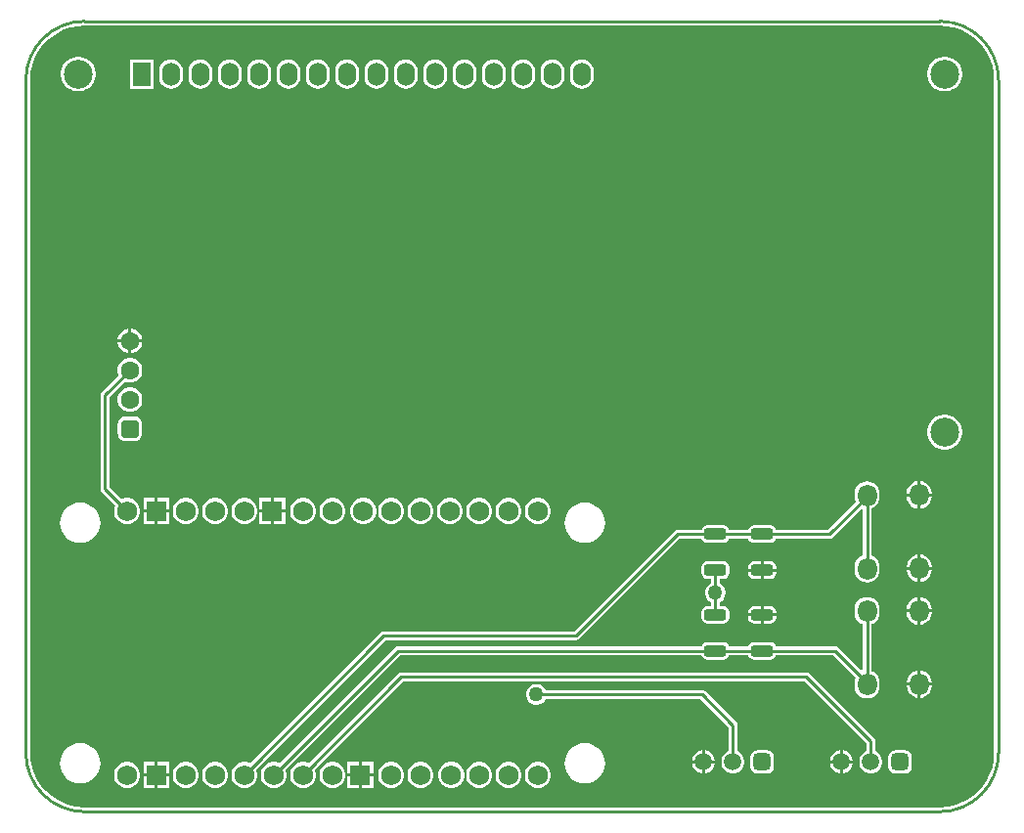
<source format=gtl>
G04*
G04 #@! TF.GenerationSoftware,Altium Limited,Altium Designer,21.3.2 (30)*
G04*
G04 Layer_Physical_Order=1*
G04 Layer_Color=255*
%FSTAX24Y24*%
%MOIN*%
G70*
G04*
G04 #@! TF.SameCoordinates,A37B9459-F8AB-407D-A7BE-2EDF921DF0BE*
G04*
G04*
G04 #@! TF.FilePolarity,Positive*
G04*
G01*
G75*
%ADD10C,0.0100*%
G04:AMPARAMS|DCode=14|XSize=74.8mil|YSize=39.4mil|CornerRadius=9.8mil|HoleSize=0mil|Usage=FLASHONLY|Rotation=0.000|XOffset=0mil|YOffset=0mil|HoleType=Round|Shape=RoundedRectangle|*
%AMROUNDEDRECTD14*
21,1,0.0748,0.0197,0,0,0.0*
21,1,0.0551,0.0394,0,0,0.0*
1,1,0.0197,0.0276,-0.0098*
1,1,0.0197,-0.0276,-0.0098*
1,1,0.0197,-0.0276,0.0098*
1,1,0.0197,0.0276,0.0098*
%
%ADD14ROUNDEDRECTD14*%
%ADD28O,0.0650X0.0750*%
G04:AMPARAMS|DCode=29|XSize=59.1mil|YSize=59.1mil|CornerRadius=14.8mil|HoleSize=0mil|Usage=FLASHONLY|Rotation=180.000|XOffset=0mil|YOffset=0mil|HoleType=Round|Shape=RoundedRectangle|*
%AMROUNDEDRECTD29*
21,1,0.0591,0.0295,0,0,180.0*
21,1,0.0295,0.0591,0,0,180.0*
1,1,0.0295,-0.0148,0.0148*
1,1,0.0295,0.0148,0.0148*
1,1,0.0295,0.0148,-0.0148*
1,1,0.0295,-0.0148,-0.0148*
%
%ADD29ROUNDEDRECTD29*%
%ADD30C,0.0591*%
%ADD31C,0.0690*%
%ADD32R,0.0690X0.0690*%
G04:AMPARAMS|DCode=33|XSize=63mil|YSize=63mil|CornerRadius=15.7mil|HoleSize=0mil|Usage=FLASHONLY|Rotation=90.000|XOffset=0mil|YOffset=0mil|HoleType=Round|Shape=RoundedRectangle|*
%AMROUNDEDRECTD33*
21,1,0.0630,0.0315,0,0,90.0*
21,1,0.0315,0.0630,0,0,90.0*
1,1,0.0315,0.0157,0.0157*
1,1,0.0315,0.0157,-0.0157*
1,1,0.0315,-0.0157,-0.0157*
1,1,0.0315,-0.0157,0.0157*
%
%ADD33ROUNDEDRECTD33*%
%ADD34C,0.0630*%
%ADD35C,0.0984*%
%ADD36O,0.0600X0.0800*%
%ADD37R,0.0600X0.0800*%
%ADD38C,0.0500*%
G36*
X047291Y047333D02*
X047529Y047286D01*
X047758Y047208D01*
X047974Y047101D01*
X048176Y046967D01*
X048357Y046807D01*
X048517Y046626D01*
X048651Y046424D01*
X048758Y046208D01*
X048836Y045979D01*
X048883Y045741D01*
X048898Y045507D01*
X048897Y0455D01*
Y02255D01*
X048898Y022543D01*
X048883Y022309D01*
X048836Y022071D01*
X048758Y021842D01*
X048651Y021626D01*
X048517Y021424D01*
X048357Y021243D01*
X048176Y021083D01*
X047974Y020949D01*
X047758Y020842D01*
X047529Y020764D01*
X047291Y020717D01*
X047057Y020702D01*
X04705Y020703D01*
X0179D01*
X017893Y020702D01*
X017659Y020717D01*
X017421Y020764D01*
X017192Y020842D01*
X016976Y020949D01*
X016774Y021083D01*
X016593Y021243D01*
X016433Y021424D01*
X016299Y021626D01*
X016192Y021842D01*
X016114Y022071D01*
X016067Y022309D01*
X016052Y022543D01*
X016053Y02255D01*
Y0455D01*
X016052Y045507D01*
X016067Y045741D01*
X016114Y045979D01*
X016192Y046208D01*
X016299Y046424D01*
X016433Y046626D01*
X016593Y046807D01*
X016774Y046967D01*
X016976Y047101D01*
X017192Y047208D01*
X017421Y047286D01*
X017659Y047333D01*
X017893Y047348D01*
X0179Y047347D01*
X04705D01*
X047057Y047348D01*
X047291Y047333D01*
D02*
G37*
%LPC*%
G36*
X02025Y0462D02*
X01945D01*
Y0452D01*
X02025D01*
Y0462D01*
D02*
G37*
G36*
X03485Y046203D02*
X034745Y04619D01*
X034648Y046149D01*
X034564Y046085D01*
X0345Y046002D01*
X03446Y045904D01*
X034446Y0458D01*
Y0456D01*
X03446Y045496D01*
X0345Y045398D01*
X034564Y045315D01*
X034648Y045251D01*
X034745Y04521D01*
X03485Y045197D01*
X034954Y04521D01*
X035051Y045251D01*
X035135Y045315D01*
X035199Y045398D01*
X035239Y045496D01*
X035253Y0456D01*
Y0458D01*
X035239Y045904D01*
X035199Y046002D01*
X035135Y046085D01*
X035051Y046149D01*
X034954Y04619D01*
X03485Y046203D01*
D02*
G37*
G36*
X03385D02*
X033745Y04619D01*
X033648Y046149D01*
X033564Y046085D01*
X0335Y046002D01*
X03346Y045904D01*
X033446Y0458D01*
Y0456D01*
X03346Y045496D01*
X0335Y045398D01*
X033564Y045315D01*
X033648Y045251D01*
X033745Y04521D01*
X03385Y045197D01*
X033954Y04521D01*
X034051Y045251D01*
X034135Y045315D01*
X034199Y045398D01*
X034239Y045496D01*
X034253Y0456D01*
Y0458D01*
X034239Y045904D01*
X034199Y046002D01*
X034135Y046085D01*
X034051Y046149D01*
X033954Y04619D01*
X03385Y046203D01*
D02*
G37*
G36*
X03285D02*
X032745Y04619D01*
X032648Y046149D01*
X032564Y046085D01*
X0325Y046002D01*
X03246Y045904D01*
X032446Y0458D01*
Y0456D01*
X03246Y045496D01*
X0325Y045398D01*
X032564Y045315D01*
X032648Y045251D01*
X032745Y04521D01*
X03285Y045197D01*
X032954Y04521D01*
X033051Y045251D01*
X033135Y045315D01*
X033199Y045398D01*
X033239Y045496D01*
X033253Y0456D01*
Y0458D01*
X033239Y045904D01*
X033199Y046002D01*
X033135Y046085D01*
X033051Y046149D01*
X032954Y04619D01*
X03285Y046203D01*
D02*
G37*
G36*
X03185D02*
X031745Y04619D01*
X031648Y046149D01*
X031564Y046085D01*
X0315Y046002D01*
X03146Y045904D01*
X031446Y0458D01*
Y0456D01*
X03146Y045496D01*
X0315Y045398D01*
X031564Y045315D01*
X031648Y045251D01*
X031745Y04521D01*
X03185Y045197D01*
X031954Y04521D01*
X032051Y045251D01*
X032135Y045315D01*
X032199Y045398D01*
X032239Y045496D01*
X032253Y0456D01*
Y0458D01*
X032239Y045904D01*
X032199Y046002D01*
X032135Y046085D01*
X032051Y046149D01*
X031954Y04619D01*
X03185Y046203D01*
D02*
G37*
G36*
X03085D02*
X030745Y04619D01*
X030648Y046149D01*
X030564Y046085D01*
X0305Y046002D01*
X03046Y045904D01*
X030446Y0458D01*
Y0456D01*
X03046Y045496D01*
X0305Y045398D01*
X030564Y045315D01*
X030648Y045251D01*
X030745Y04521D01*
X03085Y045197D01*
X030954Y04521D01*
X031051Y045251D01*
X031135Y045315D01*
X031199Y045398D01*
X031239Y045496D01*
X031253Y0456D01*
Y0458D01*
X031239Y045904D01*
X031199Y046002D01*
X031135Y046085D01*
X031051Y046149D01*
X030954Y04619D01*
X03085Y046203D01*
D02*
G37*
G36*
X02985D02*
X029745Y04619D01*
X029648Y046149D01*
X029564Y046085D01*
X0295Y046002D01*
X02946Y045904D01*
X029446Y0458D01*
Y0456D01*
X02946Y045496D01*
X0295Y045398D01*
X029564Y045315D01*
X029648Y045251D01*
X029745Y04521D01*
X02985Y045197D01*
X029954Y04521D01*
X030051Y045251D01*
X030135Y045315D01*
X030199Y045398D01*
X030239Y045496D01*
X030253Y0456D01*
Y0458D01*
X030239Y045904D01*
X030199Y046002D01*
X030135Y046085D01*
X030051Y046149D01*
X029954Y04619D01*
X02985Y046203D01*
D02*
G37*
G36*
X02885D02*
X028745Y04619D01*
X028648Y046149D01*
X028564Y046085D01*
X0285Y046002D01*
X02846Y045904D01*
X028446Y0458D01*
Y0456D01*
X02846Y045496D01*
X0285Y045398D01*
X028564Y045315D01*
X028648Y045251D01*
X028745Y04521D01*
X02885Y045197D01*
X028954Y04521D01*
X029051Y045251D01*
X029135Y045315D01*
X029199Y045398D01*
X029239Y045496D01*
X029253Y0456D01*
Y0458D01*
X029239Y045904D01*
X029199Y046002D01*
X029135Y046085D01*
X029051Y046149D01*
X028954Y04619D01*
X02885Y046203D01*
D02*
G37*
G36*
X02785D02*
X027745Y04619D01*
X027648Y046149D01*
X027564Y046085D01*
X0275Y046002D01*
X02746Y045904D01*
X027446Y0458D01*
Y0456D01*
X02746Y045496D01*
X0275Y045398D01*
X027564Y045315D01*
X027648Y045251D01*
X027745Y04521D01*
X02785Y045197D01*
X027954Y04521D01*
X028051Y045251D01*
X028135Y045315D01*
X028199Y045398D01*
X028239Y045496D01*
X028253Y0456D01*
Y0458D01*
X028239Y045904D01*
X028199Y046002D01*
X028135Y046085D01*
X028051Y046149D01*
X027954Y04619D01*
X02785Y046203D01*
D02*
G37*
G36*
X02685D02*
X026745Y04619D01*
X026648Y046149D01*
X026564Y046085D01*
X0265Y046002D01*
X02646Y045904D01*
X026446Y0458D01*
Y0456D01*
X02646Y045496D01*
X0265Y045398D01*
X026564Y045315D01*
X026648Y045251D01*
X026745Y04521D01*
X02685Y045197D01*
X026954Y04521D01*
X027051Y045251D01*
X027135Y045315D01*
X027199Y045398D01*
X027239Y045496D01*
X027253Y0456D01*
Y0458D01*
X027239Y045904D01*
X027199Y046002D01*
X027135Y046085D01*
X027051Y046149D01*
X026954Y04619D01*
X02685Y046203D01*
D02*
G37*
G36*
X02585D02*
X025745Y04619D01*
X025648Y046149D01*
X025564Y046085D01*
X0255Y046002D01*
X02546Y045904D01*
X025446Y0458D01*
Y0456D01*
X02546Y045496D01*
X0255Y045398D01*
X025564Y045315D01*
X025648Y045251D01*
X025745Y04521D01*
X02585Y045197D01*
X025954Y04521D01*
X026051Y045251D01*
X026135Y045315D01*
X026199Y045398D01*
X026239Y045496D01*
X026253Y0456D01*
Y0458D01*
X026239Y045904D01*
X026199Y046002D01*
X026135Y046085D01*
X026051Y046149D01*
X025954Y04619D01*
X02585Y046203D01*
D02*
G37*
G36*
X02485D02*
X024745Y04619D01*
X024648Y046149D01*
X024564Y046085D01*
X0245Y046002D01*
X02446Y045904D01*
X024446Y0458D01*
Y0456D01*
X02446Y045496D01*
X0245Y045398D01*
X024564Y045315D01*
X024648Y045251D01*
X024745Y04521D01*
X02485Y045197D01*
X024954Y04521D01*
X025051Y045251D01*
X025135Y045315D01*
X025199Y045398D01*
X025239Y045496D01*
X025253Y0456D01*
Y0458D01*
X025239Y045904D01*
X025199Y046002D01*
X025135Y046085D01*
X025051Y046149D01*
X024954Y04619D01*
X02485Y046203D01*
D02*
G37*
G36*
X02385D02*
X023745Y04619D01*
X023648Y046149D01*
X023564Y046085D01*
X0235Y046002D01*
X02346Y045904D01*
X023446Y0458D01*
Y0456D01*
X02346Y045496D01*
X0235Y045398D01*
X023564Y045315D01*
X023648Y045251D01*
X023745Y04521D01*
X02385Y045197D01*
X023954Y04521D01*
X024051Y045251D01*
X024135Y045315D01*
X024199Y045398D01*
X024239Y045496D01*
X024253Y0456D01*
Y0458D01*
X024239Y045904D01*
X024199Y046002D01*
X024135Y046085D01*
X024051Y046149D01*
X023954Y04619D01*
X02385Y046203D01*
D02*
G37*
G36*
X02285D02*
X022745Y04619D01*
X022648Y046149D01*
X022564Y046085D01*
X0225Y046002D01*
X02246Y045904D01*
X022446Y0458D01*
Y0456D01*
X02246Y045496D01*
X0225Y045398D01*
X022564Y045315D01*
X022648Y045251D01*
X022745Y04521D01*
X02285Y045197D01*
X022954Y04521D01*
X023051Y045251D01*
X023135Y045315D01*
X023199Y045398D01*
X023239Y045496D01*
X023253Y0456D01*
Y0458D01*
X023239Y045904D01*
X023199Y046002D01*
X023135Y046085D01*
X023051Y046149D01*
X022954Y04619D01*
X02285Y046203D01*
D02*
G37*
G36*
X02185D02*
X021745Y04619D01*
X021648Y046149D01*
X021564Y046085D01*
X0215Y046002D01*
X02146Y045904D01*
X021446Y0458D01*
Y0456D01*
X02146Y045496D01*
X0215Y045398D01*
X021564Y045315D01*
X021648Y045251D01*
X021745Y04521D01*
X02185Y045197D01*
X021954Y04521D01*
X022051Y045251D01*
X022135Y045315D01*
X022199Y045398D01*
X022239Y045496D01*
X022253Y0456D01*
Y0458D01*
X022239Y045904D01*
X022199Y046002D01*
X022135Y046085D01*
X022051Y046149D01*
X021954Y04619D01*
X02185Y046203D01*
D02*
G37*
G36*
X02085D02*
X020745Y04619D01*
X020648Y046149D01*
X020564Y046085D01*
X0205Y046002D01*
X02046Y045904D01*
X020446Y0458D01*
Y0456D01*
X02046Y045496D01*
X0205Y045398D01*
X020564Y045315D01*
X020648Y045251D01*
X020745Y04521D01*
X02085Y045197D01*
X020954Y04521D01*
X021051Y045251D01*
X021135Y045315D01*
X021199Y045398D01*
X021239Y045496D01*
X021253Y0456D01*
Y0458D01*
X021239Y045904D01*
X021199Y046002D01*
X021135Y046085D01*
X021051Y046149D01*
X020954Y04619D01*
X02085Y046203D01*
D02*
G37*
G36*
X04727Y046292D02*
X047153D01*
X047039Y046269D01*
X046931Y046225D01*
X046834Y04616D01*
X046752Y046077D01*
X046687Y04598D01*
X046642Y045873D01*
X04662Y045758D01*
Y045642D01*
X046642Y045527D01*
X046687Y04542D01*
X046752Y045323D01*
X046834Y04524D01*
X046931Y045175D01*
X047039Y045131D01*
X047153Y045108D01*
X04727D01*
X047385Y045131D01*
X047492Y045175D01*
X047589Y04524D01*
X047672Y045323D01*
X047737Y04542D01*
X047781Y045527D01*
X047804Y045642D01*
Y045758D01*
X047781Y045873D01*
X047737Y04598D01*
X047672Y046077D01*
X047589Y04616D01*
X047492Y046225D01*
X047385Y046269D01*
X04727Y046292D01*
D02*
G37*
G36*
X017743D02*
X017626D01*
X017512Y046269D01*
X017404Y046225D01*
X017307Y04616D01*
X017224Y046077D01*
X01716Y04598D01*
X017115Y045873D01*
X017092Y045758D01*
Y045642D01*
X017115Y045527D01*
X01716Y04542D01*
X017224Y045323D01*
X017307Y04524D01*
X017404Y045175D01*
X017512Y045131D01*
X017626Y045108D01*
X017743D01*
X017857Y045131D01*
X017965Y045175D01*
X018062Y04524D01*
X018144Y045323D01*
X018209Y04542D01*
X018254Y045527D01*
X018276Y045642D01*
Y045758D01*
X018254Y045873D01*
X018209Y04598D01*
X018144Y046077D01*
X018062Y04616D01*
X017965Y046225D01*
X017857Y046269D01*
X017743Y046292D01*
D02*
G37*
G36*
X019505Y037015D02*
X0195D01*
Y03665D01*
X019865D01*
Y036655D01*
X019837Y03676D01*
X019782Y036855D01*
X019705Y036932D01*
X01961Y036987D01*
X019505Y037015D01*
D02*
G37*
G36*
X0194D02*
X019395D01*
X01929Y036987D01*
X019195Y036932D01*
X019118Y036855D01*
X019063Y03676D01*
X019035Y036655D01*
Y03665D01*
X0194D01*
Y037015D01*
D02*
G37*
G36*
X019865Y03655D02*
X0195D01*
Y036185D01*
X019505D01*
X01961Y036213D01*
X019705Y036268D01*
X019782Y036345D01*
X019837Y03644D01*
X019865Y036545D01*
Y03655D01*
D02*
G37*
G36*
X0194D02*
X019035D01*
Y036545D01*
X019063Y03644D01*
X019118Y036345D01*
X019195Y036268D01*
X01929Y036213D01*
X019395Y036185D01*
X0194D01*
Y03655D01*
D02*
G37*
G36*
X019505Y036015D02*
X019395D01*
X01929Y035987D01*
X019195Y035932D01*
X019118Y035855D01*
X019063Y03576D01*
X019035Y035655D01*
Y035545D01*
X019063Y03544D01*
X019067Y035433D01*
X018492Y034858D01*
X018459Y034809D01*
X018447Y03475D01*
Y03155D01*
X018459Y031491D01*
X018492Y031442D01*
X018945Y030989D01*
X018935Y030972D01*
X018905Y030859D01*
Y030741D01*
X018935Y030628D01*
X018994Y030527D01*
X019077Y030444D01*
X019178Y030385D01*
X019291Y030355D01*
X019409D01*
X019522Y030385D01*
X019623Y030444D01*
X019706Y030527D01*
X019765Y030628D01*
X019795Y030741D01*
Y030859D01*
X019765Y030972D01*
X019706Y031073D01*
X019623Y031156D01*
X019522Y031215D01*
X019409Y031245D01*
X019291D01*
X019178Y031215D01*
X019161Y031205D01*
X018753Y031613D01*
Y034687D01*
X019283Y035217D01*
X01929Y035213D01*
X019395Y035185D01*
X019505D01*
X01961Y035213D01*
X019705Y035268D01*
X019782Y035345D01*
X019837Y03544D01*
X019865Y035545D01*
Y035655D01*
X019837Y03576D01*
X019782Y035855D01*
X019705Y035932D01*
X01961Y035987D01*
X019505Y036015D01*
D02*
G37*
G36*
Y035015D02*
X019395D01*
X01929Y034987D01*
X019195Y034932D01*
X019118Y034855D01*
X019063Y03476D01*
X019035Y034655D01*
Y034545D01*
X019063Y03444D01*
X019118Y034345D01*
X019195Y034268D01*
X01929Y034213D01*
X019395Y034185D01*
X019505D01*
X01961Y034213D01*
X019705Y034268D01*
X019782Y034345D01*
X019837Y03444D01*
X019865Y034545D01*
Y034655D01*
X019837Y03476D01*
X019782Y034855D01*
X019705Y034932D01*
X01961Y034987D01*
X019505Y035015D01*
D02*
G37*
G36*
X019607Y034017D02*
X019293D01*
X019225Y034008D01*
X019163Y033982D01*
X019109Y033941D01*
X019068Y033887D01*
X019042Y033825D01*
X019033Y033757D01*
Y033443D01*
X019042Y033375D01*
X019068Y033313D01*
X019109Y033259D01*
X019163Y033218D01*
X019225Y033192D01*
X019293Y033183D01*
X019607D01*
X019675Y033192D01*
X019737Y033218D01*
X019791Y033259D01*
X019832Y033313D01*
X019858Y033375D01*
X019867Y033443D01*
Y033757D01*
X019858Y033825D01*
X019832Y033887D01*
X019791Y033941D01*
X019737Y033982D01*
X019675Y034008D01*
X019607Y034017D01*
D02*
G37*
G36*
X04727Y034087D02*
X047153D01*
X047039Y034065D01*
X046931Y03402D01*
X046834Y033955D01*
X046752Y033873D01*
X046687Y033776D01*
X046642Y033668D01*
X04662Y033554D01*
Y033437D01*
X046642Y033323D01*
X046687Y033215D01*
X046752Y033118D01*
X046834Y033035D01*
X046931Y032971D01*
X047039Y032926D01*
X047153Y032903D01*
X04727D01*
X047385Y032926D01*
X047492Y032971D01*
X047589Y033035D01*
X047672Y033118D01*
X047737Y033215D01*
X047781Y033323D01*
X047804Y033437D01*
Y033554D01*
X047781Y033668D01*
X047737Y033776D01*
X047672Y033873D01*
X047589Y033955D01*
X047492Y03402D01*
X047385Y034065D01*
X04727Y034087D01*
D02*
G37*
G36*
X04639Y031822D02*
Y0314D01*
X046769D01*
X046754Y031511D01*
X046711Y031614D01*
X046643Y031703D01*
X046554Y031771D01*
X046451Y031814D01*
X04639Y031822D01*
D02*
G37*
G36*
X04629D02*
X046229Y031814D01*
X046126Y031771D01*
X046037Y031703D01*
X045969Y031614D01*
X045926Y031511D01*
X045911Y0314D01*
X04629D01*
Y031822D01*
D02*
G37*
G36*
X046769Y0313D02*
X04639D01*
Y030878D01*
X046451Y030886D01*
X046554Y030929D01*
X046643Y030997D01*
X046711Y031086D01*
X046754Y031189D01*
X046769Y0313D01*
D02*
G37*
G36*
X04629D02*
X045911D01*
X045926Y031189D01*
X045969Y031086D01*
X046037Y030997D01*
X046126Y030929D01*
X046229Y030886D01*
X04629Y030878D01*
Y0313D01*
D02*
G37*
G36*
X020795Y031245D02*
X0204D01*
Y03085D01*
X020795D01*
Y031245D01*
D02*
G37*
G36*
X024745D02*
X02435D01*
Y03085D01*
X024745D01*
Y031245D01*
D02*
G37*
G36*
X0203D02*
X019905D01*
Y03085D01*
X0203D01*
Y031245D01*
D02*
G37*
G36*
X02425D02*
X023855D01*
Y03085D01*
X02425D01*
Y031245D01*
D02*
G37*
G36*
X033409D02*
X033291D01*
X033178Y031215D01*
X033077Y031156D01*
X032994Y031073D01*
X032935Y030972D01*
X032905Y030859D01*
Y030741D01*
X032935Y030628D01*
X032994Y030527D01*
X033077Y030444D01*
X033178Y030385D01*
X033291Y030355D01*
X033409D01*
X033522Y030385D01*
X033623Y030444D01*
X033706Y030527D01*
X033765Y030628D01*
X033795Y030741D01*
Y030859D01*
X033765Y030972D01*
X033706Y031073D01*
X033623Y031156D01*
X033522Y031215D01*
X033409Y031245D01*
D02*
G37*
G36*
X032409D02*
X032291D01*
X032178Y031215D01*
X032077Y031156D01*
X031994Y031073D01*
X031935Y030972D01*
X031905Y030859D01*
Y030741D01*
X031935Y030628D01*
X031994Y030527D01*
X032077Y030444D01*
X032178Y030385D01*
X032291Y030355D01*
X032409D01*
X032522Y030385D01*
X032623Y030444D01*
X032706Y030527D01*
X032765Y030628D01*
X032795Y030741D01*
Y030859D01*
X032765Y030972D01*
X032706Y031073D01*
X032623Y031156D01*
X032522Y031215D01*
X032409Y031245D01*
D02*
G37*
G36*
X031409D02*
X031291D01*
X031178Y031215D01*
X031077Y031156D01*
X030994Y031073D01*
X030935Y030972D01*
X030905Y030859D01*
Y030741D01*
X030935Y030628D01*
X030994Y030527D01*
X031077Y030444D01*
X031178Y030385D01*
X031291Y030355D01*
X031409D01*
X031522Y030385D01*
X031623Y030444D01*
X031706Y030527D01*
X031765Y030628D01*
X031795Y030741D01*
Y030859D01*
X031765Y030972D01*
X031706Y031073D01*
X031623Y031156D01*
X031522Y031215D01*
X031409Y031245D01*
D02*
G37*
G36*
X030409D02*
X030291D01*
X030178Y031215D01*
X030077Y031156D01*
X029994Y031073D01*
X029935Y030972D01*
X029905Y030859D01*
Y030741D01*
X029935Y030628D01*
X029994Y030527D01*
X030077Y030444D01*
X030178Y030385D01*
X030291Y030355D01*
X030409D01*
X030522Y030385D01*
X030623Y030444D01*
X030706Y030527D01*
X030765Y030628D01*
X030795Y030741D01*
Y030859D01*
X030765Y030972D01*
X030706Y031073D01*
X030623Y031156D01*
X030522Y031215D01*
X030409Y031245D01*
D02*
G37*
G36*
X029409D02*
X029291D01*
X029178Y031215D01*
X029077Y031156D01*
X028994Y031073D01*
X028935Y030972D01*
X028905Y030859D01*
Y030741D01*
X028935Y030628D01*
X028994Y030527D01*
X029077Y030444D01*
X029178Y030385D01*
X029291Y030355D01*
X029409D01*
X029522Y030385D01*
X029623Y030444D01*
X029706Y030527D01*
X029765Y030628D01*
X029795Y030741D01*
Y030859D01*
X029765Y030972D01*
X029706Y031073D01*
X029623Y031156D01*
X029522Y031215D01*
X029409Y031245D01*
D02*
G37*
G36*
X028409D02*
X028291D01*
X028178Y031215D01*
X028077Y031156D01*
X027994Y031073D01*
X027935Y030972D01*
X027905Y030859D01*
Y030741D01*
X027935Y030628D01*
X027994Y030527D01*
X028077Y030444D01*
X028178Y030385D01*
X028291Y030355D01*
X028409D01*
X028522Y030385D01*
X028623Y030444D01*
X028706Y030527D01*
X028765Y030628D01*
X028795Y030741D01*
Y030859D01*
X028765Y030972D01*
X028706Y031073D01*
X028623Y031156D01*
X028522Y031215D01*
X028409Y031245D01*
D02*
G37*
G36*
X027459D02*
X027341D01*
X027228Y031215D01*
X027127Y031156D01*
X027044Y031073D01*
X026985Y030972D01*
X026955Y030859D01*
Y030741D01*
X026985Y030628D01*
X027044Y030527D01*
X027127Y030444D01*
X027228Y030385D01*
X027341Y030355D01*
X027459D01*
X027572Y030385D01*
X027673Y030444D01*
X027756Y030527D01*
X027815Y030628D01*
X027845Y030741D01*
Y030859D01*
X027815Y030972D01*
X027756Y031073D01*
X027673Y031156D01*
X027572Y031215D01*
X027459Y031245D01*
D02*
G37*
G36*
X026409D02*
X026291D01*
X026178Y031215D01*
X026077Y031156D01*
X025994Y031073D01*
X025935Y030972D01*
X025905Y030859D01*
Y030741D01*
X025935Y030628D01*
X025994Y030527D01*
X026077Y030444D01*
X026178Y030385D01*
X026291Y030355D01*
X026409D01*
X026522Y030385D01*
X026623Y030444D01*
X026706Y030527D01*
X026765Y030628D01*
X026795Y030741D01*
Y030859D01*
X026765Y030972D01*
X026706Y031073D01*
X026623Y031156D01*
X026522Y031215D01*
X026409Y031245D01*
D02*
G37*
G36*
X025409D02*
X025291D01*
X025178Y031215D01*
X025077Y031156D01*
X024994Y031073D01*
X024935Y030972D01*
X024905Y030859D01*
Y030741D01*
X024935Y030628D01*
X024994Y030527D01*
X025077Y030444D01*
X025178Y030385D01*
X025291Y030355D01*
X025409D01*
X025522Y030385D01*
X025623Y030444D01*
X025706Y030527D01*
X025765Y030628D01*
X025795Y030741D01*
Y030859D01*
X025765Y030972D01*
X025706Y031073D01*
X025623Y031156D01*
X025522Y031215D01*
X025409Y031245D01*
D02*
G37*
G36*
X024745Y03075D02*
X02435D01*
Y030355D01*
X024745D01*
Y03075D01*
D02*
G37*
G36*
X02425D02*
X023855D01*
Y030355D01*
X02425D01*
Y03075D01*
D02*
G37*
G36*
X023409Y031245D02*
X023291D01*
X023178Y031215D01*
X023077Y031156D01*
X022994Y031073D01*
X022935Y030972D01*
X022905Y030859D01*
Y030741D01*
X022935Y030628D01*
X022994Y030527D01*
X023077Y030444D01*
X023178Y030385D01*
X023291Y030355D01*
X023409D01*
X023522Y030385D01*
X023623Y030444D01*
X023706Y030527D01*
X023765Y030628D01*
X023795Y030741D01*
Y030859D01*
X023765Y030972D01*
X023706Y031073D01*
X023623Y031156D01*
X023522Y031215D01*
X023409Y031245D01*
D02*
G37*
G36*
X022409D02*
X022291D01*
X022178Y031215D01*
X022077Y031156D01*
X021994Y031073D01*
X021935Y030972D01*
X021905Y030859D01*
Y030741D01*
X021935Y030628D01*
X021994Y030527D01*
X022077Y030444D01*
X022178Y030385D01*
X022291Y030355D01*
X022409D01*
X022522Y030385D01*
X022623Y030444D01*
X022706Y030527D01*
X022765Y030628D01*
X022795Y030741D01*
Y030859D01*
X022765Y030972D01*
X022706Y031073D01*
X022623Y031156D01*
X022522Y031215D01*
X022409Y031245D01*
D02*
G37*
G36*
X021409D02*
X021291D01*
X021178Y031215D01*
X021077Y031156D01*
X020994Y031073D01*
X020935Y030972D01*
X020905Y030859D01*
Y030741D01*
X020935Y030628D01*
X020994Y030527D01*
X021077Y030444D01*
X021178Y030385D01*
X021291Y030355D01*
X021409D01*
X021522Y030385D01*
X021623Y030444D01*
X021706Y030527D01*
X021765Y030628D01*
X021795Y030741D01*
Y030859D01*
X021765Y030972D01*
X021706Y031073D01*
X021623Y031156D01*
X021522Y031215D01*
X021409Y031245D01*
D02*
G37*
G36*
X020795Y03075D02*
X0204D01*
Y030355D01*
X020795D01*
Y03075D01*
D02*
G37*
G36*
X0203D02*
X019905D01*
Y030355D01*
X0203D01*
Y03075D01*
D02*
G37*
G36*
X03495Y031088D02*
X034816Y031075D01*
X034687Y031036D01*
X034568Y030972D01*
X034463Y030887D01*
X034378Y030782D01*
X034314Y030663D01*
X034275Y030534D01*
X034262Y0304D01*
X034275Y030266D01*
X034314Y030137D01*
X034378Y030018D01*
X034463Y029913D01*
X034568Y029828D01*
X034687Y029764D01*
X034816Y029725D01*
X03495Y029712D01*
X035084Y029725D01*
X035213Y029764D01*
X035332Y029828D01*
X035437Y029913D01*
X035522Y030018D01*
X035586Y030137D01*
X035625Y030266D01*
X035638Y0304D01*
X035625Y030534D01*
X035586Y030663D01*
X035522Y030782D01*
X035437Y030887D01*
X035332Y030972D01*
X035213Y031036D01*
X035084Y031075D01*
X03495Y031088D01*
D02*
G37*
G36*
X01775D02*
X017616Y031075D01*
X017487Y031036D01*
X017368Y030972D01*
X017263Y030887D01*
X017178Y030782D01*
X017114Y030663D01*
X017075Y030534D01*
X017062Y0304D01*
X017075Y030266D01*
X017114Y030137D01*
X017178Y030018D01*
X017263Y029913D01*
X017368Y029828D01*
X017487Y029764D01*
X017616Y029725D01*
X01775Y029712D01*
X017884Y029725D01*
X018013Y029764D01*
X018132Y029828D01*
X018237Y029913D01*
X018322Y030018D01*
X018386Y030137D01*
X018425Y030266D01*
X018438Y0304D01*
X018425Y030534D01*
X018386Y030663D01*
X018322Y030782D01*
X018237Y030887D01*
X018132Y030972D01*
X018013Y031036D01*
X017884Y031075D01*
X01775Y031088D01*
D02*
G37*
G36*
X0464Y029322D02*
Y0289D01*
X046779D01*
X046764Y029011D01*
X046721Y029114D01*
X046653Y029203D01*
X046564Y029271D01*
X046461Y029314D01*
X0464Y029322D01*
D02*
G37*
G36*
X0463D02*
X046239Y029314D01*
X046136Y029271D01*
X046047Y029203D01*
X045979Y029114D01*
X045936Y029011D01*
X045921Y0289D01*
X0463D01*
Y029322D01*
D02*
G37*
G36*
X041272Y02909D02*
X041047D01*
Y02884D01*
X041475D01*
Y028888D01*
X041459Y028966D01*
X041416Y029031D01*
X04135Y029075D01*
X041272Y02909D01*
D02*
G37*
G36*
X040947D02*
X040721D01*
X040644Y029075D01*
X040578Y029031D01*
X040534Y028966D01*
X040519Y028888D01*
Y02884D01*
X040947D01*
Y02909D01*
D02*
G37*
G36*
X041475Y02874D02*
X041047D01*
Y028489D01*
X041272D01*
X04135Y028504D01*
X041416Y028548D01*
X041459Y028614D01*
X041475Y028691D01*
Y02874D01*
D02*
G37*
G36*
X040947D02*
X040519D01*
Y028691D01*
X040534Y028614D01*
X040578Y028548D01*
X040644Y028504D01*
X040721Y028489D01*
X040947D01*
Y02874D01*
D02*
G37*
G36*
X046779Y0288D02*
X0464D01*
Y028378D01*
X046461Y028386D01*
X046564Y028429D01*
X046653Y028497D01*
X046721Y028586D01*
X046764Y028689D01*
X046779Y0288D01*
D02*
G37*
G36*
X0463D02*
X045921D01*
X045936Y028689D01*
X045979Y028586D01*
X046047Y028497D01*
X046136Y028429D01*
X046239Y028386D01*
X0463Y028378D01*
Y0288D01*
D02*
G37*
G36*
X04457Y031819D02*
X044459Y031804D01*
X044356Y031761D01*
X044267Y031693D01*
X044199Y031604D01*
X044156Y031501D01*
X044141Y03139D01*
Y03129D01*
X044156Y031179D01*
X044181Y031118D01*
X043227Y030163D01*
X041464D01*
X041459Y030186D01*
X041416Y030252D01*
X04135Y030296D01*
X041272Y030311D01*
X040721D01*
X040644Y030296D01*
X040578Y030252D01*
X040534Y030186D01*
X04053Y030163D01*
X039867D01*
X039862Y030186D01*
X039819Y030252D01*
X039753Y030296D01*
X039676Y030311D01*
X039124D01*
X039047Y030296D01*
X038981Y030252D01*
X038937Y030186D01*
X038933Y030163D01*
X03811D01*
X038052Y030152D01*
X038002Y030118D01*
X037242Y029358D01*
X037242Y029358D01*
X034587Y026703D01*
X0281D01*
X028041Y026691D01*
X027992Y026658D01*
X023539Y022205D01*
X023522Y022215D01*
X023409Y022245D01*
X023291D01*
X023178Y022215D01*
X023077Y022156D01*
X022994Y022073D01*
X022935Y021972D01*
X022905Y021859D01*
Y021741D01*
X022935Y021628D01*
X022994Y021527D01*
X023077Y021444D01*
X023178Y021385D01*
X023291Y021355D01*
X023409D01*
X023522Y021385D01*
X023623Y021444D01*
X023706Y021527D01*
X023765Y021628D01*
X023795Y021741D01*
Y021859D01*
X023765Y021972D01*
X023755Y021989D01*
X028163Y026397D01*
X03465D01*
X034709Y026409D01*
X034758Y026442D01*
X037458Y029142D01*
X037458Y029142D01*
X038174Y029857D01*
X038933D01*
X038937Y029834D01*
X038981Y029769D01*
X039047Y029725D01*
X039124Y029709D01*
X039676D01*
X039753Y029725D01*
X039819Y029769D01*
X039862Y029834D01*
X039867Y029857D01*
X04053D01*
X040534Y029834D01*
X040578Y029769D01*
X040644Y029725D01*
X040721Y029709D01*
X041272D01*
X04135Y029725D01*
X041416Y029769D01*
X041459Y029834D01*
X041464Y029857D01*
X04329D01*
X043349Y029869D01*
X043398Y029902D01*
X044367Y030871D01*
X044417Y03085D01*
Y029287D01*
X044356Y029261D01*
X044267Y029193D01*
X044199Y029104D01*
X044156Y029001D01*
X044141Y02889D01*
Y02879D01*
X044156Y028679D01*
X044199Y028576D01*
X044267Y028487D01*
X044356Y028419D01*
X044459Y028376D01*
X04457Y028361D01*
X044681Y028376D01*
X044784Y028419D01*
X044873Y028487D01*
X044941Y028576D01*
X044984Y028679D01*
X044999Y02879D01*
Y02889D01*
X044984Y029001D01*
X044941Y029104D01*
X044873Y029193D01*
X044784Y029261D01*
X044723Y029287D01*
Y030893D01*
X044784Y030919D01*
X044873Y030987D01*
X044941Y031076D01*
X044984Y031179D01*
X044999Y03129D01*
Y03139D01*
X044984Y031501D01*
X044941Y031604D01*
X044873Y031693D01*
X044784Y031761D01*
X044681Y031804D01*
X04457Y031819D01*
D02*
G37*
G36*
X04639Y027872D02*
Y02745D01*
X046769D01*
X046754Y027561D01*
X046711Y027664D01*
X046643Y027753D01*
X046554Y027821D01*
X046451Y027864D01*
X04639Y027872D01*
D02*
G37*
G36*
X04629D02*
X046229Y027864D01*
X046126Y027821D01*
X046037Y027753D01*
X045969Y027664D01*
X045926Y027561D01*
X045911Y02745D01*
X04629D01*
Y027872D01*
D02*
G37*
G36*
X041272Y027561D02*
X041047D01*
Y02731D01*
X041475D01*
Y027359D01*
X041459Y027436D01*
X041416Y027502D01*
X04135Y027546D01*
X041272Y027561D01*
D02*
G37*
G36*
X040947D02*
X040721D01*
X040644Y027546D01*
X040578Y027502D01*
X040534Y027436D01*
X040519Y027359D01*
Y02731D01*
X040947D01*
Y027561D01*
D02*
G37*
G36*
X041475Y02721D02*
X041047D01*
Y02696D01*
X041272D01*
X04135Y026975D01*
X041416Y027019D01*
X041459Y027084D01*
X041475Y027162D01*
Y02721D01*
D02*
G37*
G36*
X040947D02*
X040519D01*
Y027162D01*
X040534Y027084D01*
X040578Y027019D01*
X040644Y026975D01*
X040721Y02696D01*
X040947D01*
Y02721D01*
D02*
G37*
G36*
X039676Y02909D02*
X039124D01*
X039047Y029075D01*
X038981Y029031D01*
X038937Y028966D01*
X038922Y028888D01*
Y028691D01*
X038937Y028614D01*
X038981Y028548D01*
X039047Y028504D01*
X039124Y028489D01*
X039247D01*
Y028336D01*
X039185Y0283D01*
X03912Y028235D01*
X039074Y028155D01*
X03905Y028066D01*
Y027974D01*
X039074Y027885D01*
X03912Y027805D01*
X039185Y02774D01*
X039247Y027704D01*
Y027561D01*
X039124D01*
X039047Y027546D01*
X038981Y027502D01*
X038937Y027436D01*
X038922Y027359D01*
Y027162D01*
X038937Y027084D01*
X038981Y027019D01*
X039047Y026975D01*
X039124Y02696D01*
X039676D01*
X039753Y026975D01*
X039819Y027019D01*
X039862Y027084D01*
X039878Y027162D01*
Y027359D01*
X039862Y027436D01*
X039819Y027502D01*
X039753Y027546D01*
X039676Y027561D01*
X039553D01*
Y027704D01*
X039615Y02774D01*
X03968Y027805D01*
X039726Y027885D01*
X03975Y027974D01*
Y028066D01*
X039726Y028155D01*
X03968Y028235D01*
X039615Y0283D01*
X039553Y028336D01*
Y028489D01*
X039676D01*
X039753Y028504D01*
X039819Y028548D01*
X039862Y028614D01*
X039878Y028691D01*
Y028888D01*
X039862Y028966D01*
X039819Y029031D01*
X039753Y029075D01*
X039676Y02909D01*
D02*
G37*
G36*
X046769Y02735D02*
X04639D01*
Y026928D01*
X046451Y026936D01*
X046554Y026979D01*
X046643Y027047D01*
X046711Y027136D01*
X046754Y027239D01*
X046769Y02735D01*
D02*
G37*
G36*
X04629D02*
X045911D01*
X045926Y027239D01*
X045969Y027136D01*
X046037Y027047D01*
X046126Y026979D01*
X046229Y026936D01*
X04629Y026928D01*
Y02735D01*
D02*
G37*
G36*
X04457Y027869D02*
X044459Y027854D01*
X044356Y027811D01*
X044267Y027743D01*
X044199Y027654D01*
X044156Y027551D01*
X044141Y02744D01*
Y02734D01*
X044156Y027229D01*
X044199Y027126D01*
X044267Y027037D01*
X044356Y026969D01*
X044417Y026943D01*
Y02538D01*
X044367Y025359D01*
X043578Y026148D01*
X043529Y026181D01*
X04347Y026193D01*
X041464D01*
X041459Y026216D01*
X041416Y026281D01*
X04135Y026325D01*
X041272Y02634D01*
X040721D01*
X040644Y026325D01*
X040578Y026281D01*
X040534Y026216D01*
X04053Y026193D01*
X039867D01*
X039862Y026216D01*
X039819Y026281D01*
X039753Y026325D01*
X039676Y02634D01*
X039124D01*
X039047Y026325D01*
X038981Y026281D01*
X038937Y026216D01*
X038933Y026193D01*
X02859D01*
X028531Y026181D01*
X028482Y026148D01*
X024539Y022205D01*
X024522Y022215D01*
X024409Y022245D01*
X024291D01*
X024178Y022215D01*
X024077Y022156D01*
X023994Y022073D01*
X023935Y021972D01*
X023905Y021859D01*
Y021741D01*
X023935Y021628D01*
X023994Y021527D01*
X024077Y021444D01*
X024178Y021385D01*
X024291Y021355D01*
X024409D01*
X024522Y021385D01*
X024623Y021444D01*
X024706Y021527D01*
X024765Y021628D01*
X024795Y021741D01*
Y021859D01*
X024765Y021972D01*
X024755Y021989D01*
X028653Y025887D01*
X038933D01*
X038937Y025864D01*
X038981Y025798D01*
X039047Y025754D01*
X039124Y025739D01*
X039676D01*
X039753Y025754D01*
X039819Y025798D01*
X039862Y025864D01*
X039867Y025887D01*
X04053D01*
X040534Y025864D01*
X040578Y025798D01*
X040644Y025754D01*
X040721Y025739D01*
X041272D01*
X04135Y025754D01*
X041416Y025798D01*
X041459Y025864D01*
X041464Y025887D01*
X043407D01*
X044181Y025112D01*
X044156Y025051D01*
X044141Y02494D01*
Y02484D01*
X044156Y024729D01*
X044199Y024626D01*
X044267Y024537D01*
X044356Y024469D01*
X044459Y024426D01*
X04457Y024411D01*
X044681Y024426D01*
X044784Y024469D01*
X044873Y024537D01*
X044941Y024626D01*
X044984Y024729D01*
X044999Y02484D01*
Y02494D01*
X044984Y025051D01*
X044941Y025154D01*
X044873Y025243D01*
X044784Y025311D01*
X044723Y025337D01*
Y026943D01*
X044784Y026969D01*
X044873Y027037D01*
X044941Y027126D01*
X044984Y027229D01*
X044999Y02734D01*
Y02744D01*
X044984Y027551D01*
X044941Y027654D01*
X044873Y027743D01*
X044784Y027811D01*
X044681Y027854D01*
X04457Y027869D01*
D02*
G37*
G36*
X0464Y025372D02*
Y02495D01*
X046779D01*
X046764Y025061D01*
X046721Y025164D01*
X046653Y025253D01*
X046564Y025321D01*
X046461Y025364D01*
X0464Y025372D01*
D02*
G37*
G36*
X0463D02*
X046239Y025364D01*
X046136Y025321D01*
X046047Y025253D01*
X045979Y025164D01*
X045936Y025061D01*
X045921Y02495D01*
X0463D01*
Y025372D01*
D02*
G37*
G36*
X046779Y02485D02*
X0464D01*
Y024428D01*
X046461Y024436D01*
X046564Y024479D01*
X046653Y024547D01*
X046721Y024636D01*
X046764Y024739D01*
X046779Y02485D01*
D02*
G37*
G36*
X0463D02*
X045921D01*
X045936Y024739D01*
X045979Y024636D01*
X046047Y024547D01*
X046136Y024479D01*
X046239Y024436D01*
X0463Y024428D01*
Y02485D01*
D02*
G37*
G36*
X043752Y022645D02*
X04375D01*
Y0223D01*
X044095D01*
Y022302D01*
X044068Y022403D01*
X044016Y022493D01*
X043943Y022566D01*
X043853Y022618D01*
X043752Y022645D01*
D02*
G37*
G36*
X039052D02*
X03905D01*
Y0223D01*
X039395D01*
Y022302D01*
X039368Y022403D01*
X039316Y022493D01*
X039243Y022566D01*
X039153Y022618D01*
X039052Y022645D01*
D02*
G37*
G36*
X03895D02*
X038948D01*
X038847Y022618D01*
X038757Y022566D01*
X038684Y022493D01*
X038632Y022403D01*
X038605Y022302D01*
Y0223D01*
X03895D01*
Y022645D01*
D02*
G37*
G36*
X04365D02*
X043648D01*
X043547Y022618D01*
X043457Y022566D01*
X043384Y022493D01*
X043332Y022403D01*
X043305Y022302D01*
Y0223D01*
X04365D01*
Y022645D01*
D02*
G37*
G36*
X0425Y025303D02*
X0287D01*
X028641Y025291D01*
X028592Y025258D01*
X025539Y022205D01*
X025522Y022215D01*
X025409Y022245D01*
X025291D01*
X025178Y022215D01*
X025077Y022156D01*
X024994Y022073D01*
X024935Y021972D01*
X024905Y021859D01*
Y021741D01*
X024935Y021628D01*
X024994Y021527D01*
X025077Y021444D01*
X025178Y021385D01*
X025291Y021355D01*
X025409D01*
X025522Y021385D01*
X025623Y021444D01*
X025706Y021527D01*
X025765Y021628D01*
X025795Y021741D01*
Y021859D01*
X025765Y021972D01*
X025755Y021989D01*
X028763Y024997D01*
X042437D01*
X044547Y022887D01*
Y022618D01*
X044457Y022566D01*
X044384Y022493D01*
X044332Y022403D01*
X044305Y022302D01*
Y022198D01*
X044332Y022097D01*
X044384Y022007D01*
X044457Y021934D01*
X044547Y021882D01*
X044648Y021855D01*
X044752D01*
X044853Y021882D01*
X044943Y021934D01*
X045016Y022007D01*
X045068Y022097D01*
X045095Y022198D01*
Y022302D01*
X045068Y022403D01*
X045016Y022493D01*
X044943Y022566D01*
X044853Y022618D01*
Y02295D01*
X044841Y023009D01*
X044808Y023058D01*
X042608Y025258D01*
X042559Y025291D01*
X0425Y025303D01*
D02*
G37*
G36*
X044095Y0222D02*
X04375D01*
Y021855D01*
X043752D01*
X043853Y021882D01*
X043943Y021934D01*
X044016Y022007D01*
X044068Y022097D01*
X044095Y022198D01*
Y0222D01*
D02*
G37*
G36*
X04365D02*
X043305D01*
Y022198D01*
X043332Y022097D01*
X043384Y022007D01*
X043457Y021934D01*
X043547Y021882D01*
X043648Y021855D01*
X04365D01*
Y0222D01*
D02*
G37*
G36*
X033346Y0249D02*
X033254D01*
X033165Y024876D01*
X033085Y02483D01*
X03302Y024765D01*
X032974Y024685D01*
X03295Y024596D01*
Y024504D01*
X032974Y024415D01*
X03302Y024335D01*
X033085Y02427D01*
X033165Y024224D01*
X033254Y0242D01*
X033346D01*
X033435Y024224D01*
X033515Y02427D01*
X03358Y024335D01*
X033616Y024397D01*
X038887D01*
X039847Y023437D01*
Y022618D01*
X039757Y022566D01*
X039684Y022493D01*
X039632Y022403D01*
X039605Y022302D01*
Y022198D01*
X039632Y022097D01*
X039684Y022007D01*
X039757Y021934D01*
X039847Y021882D01*
X039948Y021855D01*
X040052D01*
X040153Y021882D01*
X040243Y021934D01*
X040316Y022007D01*
X040368Y022097D01*
X040395Y022198D01*
Y022302D01*
X040368Y022403D01*
X040316Y022493D01*
X040243Y022566D01*
X040153Y022618D01*
Y0235D01*
X040141Y023559D01*
X040108Y023608D01*
X039058Y024658D01*
X039009Y024691D01*
X03895Y024703D01*
X033616D01*
X03358Y024765D01*
X033515Y02483D01*
X033435Y024876D01*
X033346Y0249D01*
D02*
G37*
G36*
X039395Y0222D02*
X03905D01*
Y021855D01*
X039052D01*
X039153Y021882D01*
X039243Y021934D01*
X039316Y022007D01*
X039368Y022097D01*
X039395Y022198D01*
Y0222D01*
D02*
G37*
G36*
X03895D02*
X038605D01*
Y022198D01*
X038632Y022097D01*
X038684Y022007D01*
X038757Y021934D01*
X038847Y021882D01*
X038948Y021855D01*
X03895D01*
Y0222D01*
D02*
G37*
G36*
X027745Y022245D02*
X02735D01*
Y02185D01*
X027745D01*
Y022245D01*
D02*
G37*
G36*
X020795D02*
X0204D01*
Y02185D01*
X020795D01*
Y022245D01*
D02*
G37*
G36*
X02725D02*
X026855D01*
Y02185D01*
X02725D01*
Y022245D01*
D02*
G37*
G36*
X0203D02*
X019905D01*
Y02185D01*
X0203D01*
Y022245D01*
D02*
G37*
G36*
X045848Y02265D02*
X045552D01*
X045456Y022631D01*
X045374Y022576D01*
X045319Y022494D01*
X0453Y022398D01*
Y022102D01*
X045319Y022006D01*
X045374Y021924D01*
X045456Y021869D01*
X045552Y02185D01*
X045848D01*
X045944Y021869D01*
X046026Y021924D01*
X046081Y022006D01*
X0461Y022102D01*
Y022398D01*
X046081Y022494D01*
X046026Y022576D01*
X045944Y022631D01*
X045848Y02265D01*
D02*
G37*
G36*
X041148D02*
X040852D01*
X040756Y022631D01*
X040674Y022576D01*
X040619Y022494D01*
X0406Y022398D01*
Y022102D01*
X040619Y022006D01*
X040674Y021924D01*
X040756Y021869D01*
X040852Y02185D01*
X041148D01*
X041244Y021869D01*
X041326Y021924D01*
X041381Y022006D01*
X0414Y022102D01*
Y022398D01*
X041381Y022494D01*
X041326Y022576D01*
X041244Y022631D01*
X041148Y02265D01*
D02*
G37*
G36*
X03495Y022888D02*
X034816Y022875D01*
X034687Y022836D01*
X034568Y022772D01*
X034463Y022687D01*
X034378Y022582D01*
X034314Y022463D01*
X034275Y022334D01*
X034262Y0222D01*
X034275Y022066D01*
X034314Y021937D01*
X034378Y021818D01*
X034463Y021713D01*
X034568Y021628D01*
X034687Y021564D01*
X034816Y021525D01*
X03495Y021512D01*
X035084Y021525D01*
X035213Y021564D01*
X035332Y021628D01*
X035437Y021713D01*
X035522Y021818D01*
X035586Y021937D01*
X035625Y022066D01*
X035638Y0222D01*
X035625Y022334D01*
X035586Y022463D01*
X035522Y022582D01*
X035437Y022687D01*
X035332Y022772D01*
X035213Y022836D01*
X035084Y022875D01*
X03495Y022888D01*
D02*
G37*
G36*
X01775D02*
X017616Y022875D01*
X017487Y022836D01*
X017368Y022772D01*
X017263Y022687D01*
X017178Y022582D01*
X017114Y022463D01*
X017075Y022334D01*
X017062Y0222D01*
X017075Y022066D01*
X017114Y021937D01*
X017178Y021818D01*
X017263Y021713D01*
X017368Y021628D01*
X017487Y021564D01*
X017616Y021525D01*
X01775Y021512D01*
X017884Y021525D01*
X018013Y021564D01*
X018132Y021628D01*
X018237Y021713D01*
X018322Y021818D01*
X018386Y021937D01*
X018425Y022066D01*
X018438Y0222D01*
X018425Y022334D01*
X018386Y022463D01*
X018322Y022582D01*
X018237Y022687D01*
X018132Y022772D01*
X018013Y022836D01*
X017884Y022875D01*
X01775Y022888D01*
D02*
G37*
G36*
X033409Y022245D02*
X033291D01*
X033178Y022215D01*
X033077Y022156D01*
X032994Y022073D01*
X032935Y021972D01*
X032905Y021859D01*
Y021741D01*
X032935Y021628D01*
X032994Y021527D01*
X033077Y021444D01*
X033178Y021385D01*
X033291Y021355D01*
X033409D01*
X033522Y021385D01*
X033623Y021444D01*
X033706Y021527D01*
X033765Y021628D01*
X033795Y021741D01*
Y021859D01*
X033765Y021972D01*
X033706Y022073D01*
X033623Y022156D01*
X033522Y022215D01*
X033409Y022245D01*
D02*
G37*
G36*
X032409D02*
X032291D01*
X032178Y022215D01*
X032077Y022156D01*
X031994Y022073D01*
X031935Y021972D01*
X031905Y021859D01*
Y021741D01*
X031935Y021628D01*
X031994Y021527D01*
X032077Y021444D01*
X032178Y021385D01*
X032291Y021355D01*
X032409D01*
X032522Y021385D01*
X032623Y021444D01*
X032706Y021527D01*
X032765Y021628D01*
X032795Y021741D01*
Y021859D01*
X032765Y021972D01*
X032706Y022073D01*
X032623Y022156D01*
X032522Y022215D01*
X032409Y022245D01*
D02*
G37*
G36*
X031409D02*
X031291D01*
X031178Y022215D01*
X031077Y022156D01*
X030994Y022073D01*
X030935Y021972D01*
X030905Y021859D01*
Y021741D01*
X030935Y021628D01*
X030994Y021527D01*
X031077Y021444D01*
X031178Y021385D01*
X031291Y021355D01*
X031409D01*
X031522Y021385D01*
X031623Y021444D01*
X031706Y021527D01*
X031765Y021628D01*
X031795Y021741D01*
Y021859D01*
X031765Y021972D01*
X031706Y022073D01*
X031623Y022156D01*
X031522Y022215D01*
X031409Y022245D01*
D02*
G37*
G36*
X030459D02*
X030341D01*
X030228Y022215D01*
X030127Y022156D01*
X030044Y022073D01*
X029985Y021972D01*
X029955Y021859D01*
Y021741D01*
X029985Y021628D01*
X030044Y021527D01*
X030127Y021444D01*
X030228Y021385D01*
X030341Y021355D01*
X030459D01*
X030572Y021385D01*
X030673Y021444D01*
X030756Y021527D01*
X030815Y021628D01*
X030845Y021741D01*
Y021859D01*
X030815Y021972D01*
X030756Y022073D01*
X030673Y022156D01*
X030572Y022215D01*
X030459Y022245D01*
D02*
G37*
G36*
X029409D02*
X029291D01*
X029178Y022215D01*
X029077Y022156D01*
X028994Y022073D01*
X028935Y021972D01*
X028905Y021859D01*
Y021741D01*
X028935Y021628D01*
X028994Y021527D01*
X029077Y021444D01*
X029178Y021385D01*
X029291Y021355D01*
X029409D01*
X029522Y021385D01*
X029623Y021444D01*
X029706Y021527D01*
X029765Y021628D01*
X029795Y021741D01*
Y021859D01*
X029765Y021972D01*
X029706Y022073D01*
X029623Y022156D01*
X029522Y022215D01*
X029409Y022245D01*
D02*
G37*
G36*
X028409D02*
X028291D01*
X028178Y022215D01*
X028077Y022156D01*
X027994Y022073D01*
X027935Y021972D01*
X027905Y021859D01*
Y021741D01*
X027935Y021628D01*
X027994Y021527D01*
X028077Y021444D01*
X028178Y021385D01*
X028291Y021355D01*
X028409D01*
X028522Y021385D01*
X028623Y021444D01*
X028706Y021527D01*
X028765Y021628D01*
X028795Y021741D01*
Y021859D01*
X028765Y021972D01*
X028706Y022073D01*
X028623Y022156D01*
X028522Y022215D01*
X028409Y022245D01*
D02*
G37*
G36*
X027745Y02175D02*
X02735D01*
Y021355D01*
X027745D01*
Y02175D01*
D02*
G37*
G36*
X02725D02*
X026855D01*
Y021355D01*
X02725D01*
Y02175D01*
D02*
G37*
G36*
X026409Y022245D02*
X026291D01*
X026178Y022215D01*
X026077Y022156D01*
X025994Y022073D01*
X025935Y021972D01*
X025905Y021859D01*
Y021741D01*
X025935Y021628D01*
X025994Y021527D01*
X026077Y021444D01*
X026178Y021385D01*
X026291Y021355D01*
X026409D01*
X026522Y021385D01*
X026623Y021444D01*
X026706Y021527D01*
X026765Y021628D01*
X026795Y021741D01*
Y021859D01*
X026765Y021972D01*
X026706Y022073D01*
X026623Y022156D01*
X026522Y022215D01*
X026409Y022245D01*
D02*
G37*
G36*
X022409D02*
X022291D01*
X022178Y022215D01*
X022077Y022156D01*
X021994Y022073D01*
X021935Y021972D01*
X021905Y021859D01*
Y021741D01*
X021935Y021628D01*
X021994Y021527D01*
X022077Y021444D01*
X022178Y021385D01*
X022291Y021355D01*
X022409D01*
X022522Y021385D01*
X022623Y021444D01*
X022706Y021527D01*
X022765Y021628D01*
X022795Y021741D01*
Y021859D01*
X022765Y021972D01*
X022706Y022073D01*
X022623Y022156D01*
X022522Y022215D01*
X022409Y022245D01*
D02*
G37*
G36*
X021409D02*
X021291D01*
X021178Y022215D01*
X021077Y022156D01*
X020994Y022073D01*
X020935Y021972D01*
X020905Y021859D01*
Y021741D01*
X020935Y021628D01*
X020994Y021527D01*
X021077Y021444D01*
X021178Y021385D01*
X021291Y021355D01*
X021409D01*
X021522Y021385D01*
X021623Y021444D01*
X021706Y021527D01*
X021765Y021628D01*
X021795Y021741D01*
Y021859D01*
X021765Y021972D01*
X021706Y022073D01*
X021623Y022156D01*
X021522Y022215D01*
X021409Y022245D01*
D02*
G37*
G36*
X020795Y02175D02*
X0204D01*
Y021355D01*
X020795D01*
Y02175D01*
D02*
G37*
G36*
X0203D02*
X019905D01*
Y021355D01*
X0203D01*
Y02175D01*
D02*
G37*
G36*
X019409Y022245D02*
X019291D01*
X019178Y022215D01*
X019077Y022156D01*
X018994Y022073D01*
X018935Y021972D01*
X018905Y021859D01*
Y021741D01*
X018935Y021628D01*
X018994Y021527D01*
X019077Y021444D01*
X019178Y021385D01*
X019291Y021355D01*
X019409D01*
X019522Y021385D01*
X019623Y021444D01*
X019706Y021527D01*
X019765Y021628D01*
X019795Y021741D01*
Y021859D01*
X019765Y021972D01*
X019706Y022073D01*
X019623Y022156D01*
X019522Y022215D01*
X019409Y022245D01*
D02*
G37*
%LPD*%
D10*
X04905Y0455D02*
G03*
X04705Y0475I-002J0D01*
G01*
Y02055D02*
G03*
X04905Y02255I0J002D01*
G01*
X0179Y0475D02*
G03*
X0159Y0455I0J-002D01*
G01*
Y02255D02*
G03*
X0179Y02055I002J0D01*
G01*
X04705D01*
X0179Y0475D02*
X04705D01*
X04905Y02255D02*
Y0455D01*
X0159Y02255D02*
Y0455D01*
X0333Y02455D02*
X03895D01*
X04Y0235D01*
Y02225D02*
Y0235D01*
X0287Y02515D02*
X0425D01*
X0447Y02295D01*
X02535Y0218D02*
X0287Y02515D01*
X0394Y02604D02*
X040997D01*
X02435Y0218D02*
X02859Y02604D01*
X0394D01*
X03465Y02655D02*
X03735Y02925D01*
X0281Y02655D02*
X03465D01*
X03735Y02925D02*
Y02925D01*
X0394Y02802D02*
Y02879D01*
Y02726D02*
Y02802D01*
X0186Y03155D02*
X01935Y0308D01*
X0186Y03155D02*
Y03475D01*
X01945Y0356D01*
X02335Y0218D02*
X0281Y02655D01*
X0447Y02225D02*
Y02295D01*
X03735Y02925D02*
X03811Y03001D01*
X0394D01*
X04457Y02494D02*
Y02739D01*
Y02489D02*
Y02494D01*
Y03129D02*
Y03134D01*
Y02884D02*
Y03129D01*
X04329Y03001D02*
X04457Y03129D01*
X040997Y03001D02*
X04329D01*
X0394D02*
X040997D01*
X04347Y02604D02*
X04457Y02494D01*
X040997Y02604D02*
X04347D01*
D14*
X040997Y02879D02*
D03*
Y03001D02*
D03*
X0394Y02604D02*
D03*
Y02726D02*
D03*
X040997D02*
D03*
Y02604D02*
D03*
X0394Y02879D02*
D03*
Y03001D02*
D03*
D28*
X04457Y02489D02*
D03*
X04635Y0249D02*
D03*
X04634Y0274D02*
D03*
X04457Y02739D02*
D03*
Y02884D02*
D03*
X04635Y02885D02*
D03*
X04634Y03135D02*
D03*
X04457Y03134D02*
D03*
D29*
X0457Y02225D02*
D03*
X041D02*
D03*
D30*
X0447D02*
D03*
X0437D02*
D03*
X04D02*
D03*
X039D02*
D03*
D31*
X02835Y0218D02*
D03*
X02935D02*
D03*
X0304D02*
D03*
X03135D02*
D03*
X03235D02*
D03*
X03335D02*
D03*
X02635D02*
D03*
X02535D02*
D03*
X02435D02*
D03*
X02135D02*
D03*
X02235D02*
D03*
X02335D02*
D03*
X01935D02*
D03*
X02835Y0308D02*
D03*
X02935D02*
D03*
X03035D02*
D03*
X03135D02*
D03*
X03235D02*
D03*
X03335D02*
D03*
X0274D02*
D03*
X02635D02*
D03*
X02535D02*
D03*
X02135D02*
D03*
X02235D02*
D03*
X02335D02*
D03*
X01935D02*
D03*
D32*
X0273Y0218D02*
D03*
X02035D02*
D03*
X0243Y0308D02*
D03*
X02035D02*
D03*
D33*
X01945Y0336D02*
D03*
D34*
Y0346D02*
D03*
Y0356D02*
D03*
Y0366D02*
D03*
D35*
X047212Y033495D02*
D03*
Y0457D02*
D03*
X017684D02*
D03*
D36*
X03485D02*
D03*
X03385D02*
D03*
X03285D02*
D03*
X03185D02*
D03*
X03085D02*
D03*
X02985D02*
D03*
X02885D02*
D03*
X02785D02*
D03*
X02685D02*
D03*
X02585D02*
D03*
X02485D02*
D03*
X02385D02*
D03*
X02285D02*
D03*
X02185D02*
D03*
X02085D02*
D03*
D37*
X01985D02*
D03*
D38*
X0333Y02455D02*
D03*
X0394Y02802D02*
D03*
M02*

</source>
